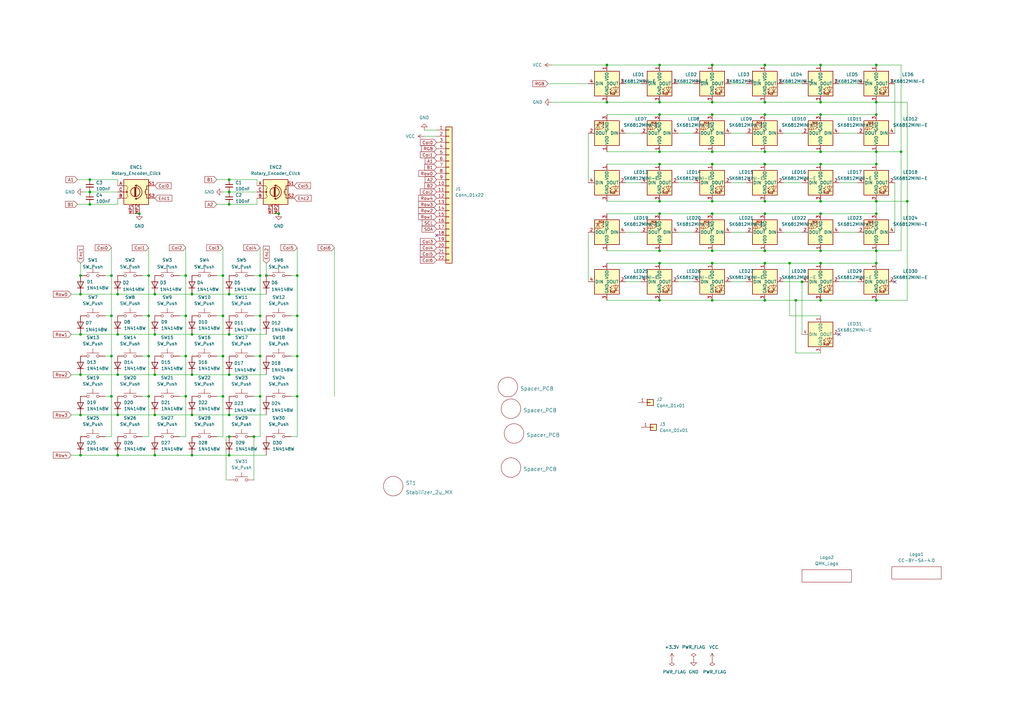
<source format=kicad_sch>
(kicad_sch (version 20211123) (generator eeschema)
  (paper "A3")
  (title_block (title "RefleXion 60 - Matrix") (date "2022-10-10") (rev "v1.0.0") (company "Tweety's Wild Thinking") (comment 1 "Design: Markus Knutsson <markus.knutsson@tweety.se>") (comment 2 "Concept: Pedro Quaresma <pq@live.ie>") (comment 3 "https://github.com/TweetyDaBird") (comment 4 "Licensed under Creative Commons BY-SA 4.0 International"))
  (junction (at 78.74 186.69))
  (junction (at 313.69 87.63))
  (junction (at 93.98 137.16))
  (junction (at 292.1 26.67))
  (junction (at 76.2 113.03))
  (junction (at 336.55 87.63))
  (junction (at 359.41 26.67))
  (junction (at 45.72 162.56))
  (junction (at 313.69 46.99))
  (junction (at 60.96 146.05))
  (junction (at 292.1 123.19))
  (junction (at 48.26 153.67))
  (junction (at 270.51 26.67))
  (junction (at 93.98 179.07))
  (junction (at 33.02 113.03))
  (junction (at 109.22 113.03))
  (junction (at 292.1 82.55))
  (junction (at 33.02 153.67))
  (junction (at 33.02 137.16))
  (junction (at 63.5 170.18))
  (junction (at 292.1 107.95))
  (junction (at 76.2 162.56))
  (junction (at 78.74 153.67))
  (junction (at 106.68 162.56))
  (junction (at 359.41 67.31))
  (junction (at 359.41 82.55))
  (junction (at 121.92 129.54))
  (junction (at 336.55 123.19))
  (junction (at 36.83 73.66))
  (junction (at 313.69 67.31))
  (junction (at 292.1 46.99))
  (junction (at 76.2 129.54))
  (junction (at 48.26 186.69))
  (junction (at 93.98 153.67))
  (junction (at 33.02 170.18))
  (junction (at 336.55 107.95))
  (junction (at 60.96 129.54))
  (junction (at 36.83 83.82))
  (junction (at 270.51 41.91))
  (junction (at 45.72 146.05))
  (junction (at 48.26 137.16))
  (junction (at 45.72 113.03))
  (junction (at 336.55 67.31))
  (junction (at 292.1 102.87))
  (junction (at 270.51 46.99))
  (junction (at 33.02 186.69))
  (junction (at 78.74 170.18))
  (junction (at 328.93 115.57))
  (junction (at 93.98 186.69))
  (junction (at 336.55 41.91))
  (junction (at 93.98 78.74))
  (junction (at 292.1 62.23))
  (junction (at 313.69 41.91))
  (junction (at 270.51 62.23))
  (junction (at 336.55 102.87))
  (junction (at 372.11 82.55))
  (junction (at 48.26 170.18))
  (junction (at 63.5 186.69))
  (junction (at 369.57 62.23))
  (junction (at 313.69 26.67))
  (junction (at 33.02 120.65))
  (junction (at 63.5 153.67))
  (junction (at 78.74 137.16))
  (junction (at 93.98 83.82))
  (junction (at 313.69 102.87))
  (junction (at 359.41 123.19))
  (junction (at 91.44 146.05))
  (junction (at 121.92 113.03))
  (junction (at 323.85 107.95))
  (junction (at 63.5 120.65))
  (junction (at 270.51 102.87))
  (junction (at 359.41 102.87))
  (junction (at 57.15 87.63))
  (junction (at 270.51 107.95))
  (junction (at 45.72 129.54))
  (junction (at 104.14 179.07))
  (junction (at 336.55 62.23))
  (junction (at 292.1 41.91))
  (junction (at 313.69 82.55))
  (junction (at 93.98 170.18))
  (junction (at 248.92 41.91))
  (junction (at 359.41 107.95))
  (junction (at 336.55 46.99))
  (junction (at 60.96 162.56))
  (junction (at 93.98 73.66))
  (junction (at 63.5 137.16))
  (junction (at 359.41 62.23))
  (junction (at 76.2 146.05))
  (junction (at 270.51 67.31))
  (junction (at 106.68 146.05))
  (junction (at 336.55 26.67))
  (junction (at 93.98 120.65))
  (junction (at 91.44 129.54))
  (junction (at 106.68 129.54))
  (junction (at 36.83 78.74))
  (junction (at 270.51 82.55))
  (junction (at 248.92 26.67))
  (junction (at 292.1 87.63))
  (junction (at 292.1 67.31))
  (junction (at 313.69 107.95))
  (junction (at 313.69 123.19))
  (junction (at 60.96 113.03))
  (junction (at 91.44 113.03))
  (junction (at 121.92 146.05))
  (junction (at 121.92 162.56))
  (junction (at 91.44 162.56))
  (junction (at 336.55 82.55))
  (junction (at 359.41 41.91))
  (junction (at 359.41 46.99))
  (junction (at 270.51 87.63))
  (junction (at 313.69 62.23))
  (junction (at 359.41 87.63))
  (junction (at 270.51 123.19))
  (junction (at 326.39 123.19))
  (junction (at 114.3 87.63))
  (junction (at 48.26 120.65))
  (junction (at 106.68 113.03))
  (junction (at 78.74 120.65))
  (no_connect (at 179.07 96.52))
  (no_connect (at 344.17 137.16))
  (no_connect (at 367.03 115.57))
  (wire (pts (xy 78.74 120.65) (xy 93.98 120.65)))
  (wire (pts (xy 313.69 46.99) (xy 336.55 46.99)))
  (wire (pts (xy 78.74 170.18) (xy 93.98 170.18)))
  (wire (pts (xy 29.21 186.69) (xy 33.02 186.69)))
  (wire (pts (xy 33.02 107.95) (xy 33.02 113.03)))
  (wire (pts (xy 299.72 95.25) (xy 306.07 95.25)))
  (wire (pts (xy 299.72 115.57) (xy 306.07 115.57)))
  (wire (pts (xy 29.21 153.67) (xy 33.02 153.67)))
  (wire (pts (xy 45.72 101.6) (xy 45.72 113.03)))
  (wire (pts (xy 256.54 115.57) (xy 262.89 115.57)))
  (wire (pts (xy 270.51 87.63) (xy 292.1 87.63)))
  (wire (pts (xy 76.2 129.54) (xy 76.2 146.05)))
  (wire (pts (xy 292.1 107.95) (xy 313.69 107.95)))
  (wire (pts (xy 367.03 74.93) (xy 367.03 95.25)))
  (wire (pts (xy 33.02 137.16) (xy 48.26 137.16)))
  (wire (pts (xy 48.26 76.2) (xy 48.26 73.66)))
  (wire (pts (xy 248.92 67.31) (xy 270.51 67.31)))
  (wire (pts (xy 76.2 146.05) (xy 76.2 162.56)))
  (wire (pts (xy 336.55 144.78) (xy 326.39 144.78)))
  (wire (pts (xy 92.71 179.07) (xy 93.98 179.07)))
  (wire (pts (xy 73.66 162.56) (xy 76.2 162.56)))
  (wire (pts (xy 270.51 62.23) (xy 292.1 62.23)))
  (wire (pts (xy 31.75 83.82) (xy 36.83 83.82)))
  (wire (pts (xy 292.1 87.63) (xy 313.69 87.63)))
  (wire (pts (xy 73.66 113.03) (xy 76.2 113.03)))
  (wire (pts (xy 270.51 107.95) (xy 292.1 107.95)))
  (wire (pts (xy 323.85 129.54) (xy 323.85 107.95)))
  (wire (pts (xy 60.96 162.56) (xy 60.96 179.07)))
  (wire (pts (xy 88.9 83.82) (xy 93.98 83.82)))
  (wire (pts (xy 359.41 102.87) (xy 369.57 102.87)))
  (wire (pts (xy 31.75 73.66) (xy 36.83 73.66)))
  (wire (pts (xy 29.21 137.16) (xy 33.02 137.16)))
  (wire (pts (xy 58.42 162.56) (xy 60.96 162.56)))
  (wire (pts (xy 43.18 179.07) (xy 45.72 179.07)))
  (wire (pts (xy 292.1 26.67) (xy 313.69 26.67)))
  (wire (pts (xy 48.26 81.28) (xy 48.26 83.82)))
  (wire (pts (xy 105.41 81.28) (xy 105.41 83.82)))
  (wire (pts (xy 58.42 129.54) (xy 60.96 129.54)))
  (wire (pts (xy 359.41 82.55) (xy 359.41 87.63)))
  (wire (pts (xy 33.02 186.69) (xy 48.26 186.69)))
  (wire (pts (xy 336.55 67.31) (xy 359.41 67.31)))
  (wire (pts (xy 88.9 162.56) (xy 91.44 162.56)))
  (wire (pts (xy 278.13 95.25) (xy 284.48 95.25)))
  (wire (pts (xy 34.29 78.74) (xy 36.83 78.74)))
  (wire (pts (xy 93.98 73.66) (xy 105.41 73.66)))
  (wire (pts (xy 119.38 162.56) (xy 121.92 162.56)))
  (wire (pts (xy 91.44 162.56) (xy 91.44 179.07)))
  (wire (pts (xy 91.44 113.03) (xy 91.44 129.54)))
  (wire (pts (xy 323.85 107.95) (xy 336.55 107.95)))
  (wire (pts (xy 313.69 107.95) (xy 323.85 107.95)))
  (wire (pts (xy 33.02 170.18) (xy 48.26 170.18)))
  (wire (pts (xy 321.31 74.93) (xy 328.93 74.93)))
  (wire (pts (xy 270.51 67.31) (xy 292.1 67.31)))
  (wire (pts (xy 119.38 179.07) (xy 121.92 179.07)))
  (wire (pts (xy 336.55 26.67) (xy 359.41 26.67)))
  (wire (pts (xy 313.69 26.67) (xy 336.55 26.67)))
  (wire (pts (xy 336.55 46.99) (xy 359.41 46.99)))
  (wire (pts (xy 173.99 53.34) (xy 179.07 53.34)))
  (wire (pts (xy 106.68 101.6) (xy 106.68 113.03)))
  (wire (pts (xy 278.13 34.29) (xy 284.48 34.29)))
  (wire (pts (xy 48.26 120.65) (xy 63.5 120.65)))
  (wire (pts (xy 321.31 115.57) (xy 328.93 115.57)))
  (wire (pts (xy 88.9 146.05) (xy 91.44 146.05)))
  (wire (pts (xy 119.38 146.05) (xy 121.92 146.05)))
  (wire (pts (xy 105.41 83.82) (xy 93.98 83.82)))
  (wire (pts (xy 93.98 186.69) (xy 109.22 186.69)))
  (wire (pts (xy 248.92 123.19) (xy 270.51 123.19)))
  (wire (pts (xy 313.69 82.55) (xy 336.55 82.55)))
  (wire (pts (xy 92.71 179.07) (xy 92.71 196.85)))
  (wire (pts (xy 43.18 162.56) (xy 45.72 162.56)))
  (wire (pts (xy 359.41 82.55) (xy 372.11 82.55)))
  (wire (pts (xy 36.83 78.74) (xy 48.26 78.74)))
  (wire (pts (xy 91.44 129.54) (xy 91.44 146.05)))
  (wire (pts (xy 63.5 153.67) (xy 78.74 153.67)))
  (wire (pts (xy 105.41 76.2) (xy 105.41 73.66)))
  (wire (pts (xy 336.55 107.95) (xy 359.41 107.95)))
  (wire (pts (xy 48.26 186.69) (xy 63.5 186.69)))
  (wire (pts (xy 292.1 41.91) (xy 313.69 41.91)))
  (wire (pts (xy 121.92 101.6) (xy 121.92 113.03)))
  (wire (pts (xy 326.39 123.19) (xy 336.55 123.19)))
  (wire (pts (xy 106.68 129.54) (xy 106.68 146.05)))
  (wire (pts (xy 78.74 153.67) (xy 93.98 153.67)))
  (wire (pts (xy 336.55 87.63) (xy 359.41 87.63)))
  (wire (pts (xy 278.13 54.61) (xy 284.48 54.61)))
  (wire (pts (xy 344.17 54.61) (xy 351.79 54.61)))
  (wire (pts (xy 344.17 95.25) (xy 351.79 95.25)))
  (wire (pts (xy 344.17 115.57) (xy 351.79 115.57)))
  (wire (pts (xy 369.57 62.23) (xy 369.57 102.87)))
  (wire (pts (xy 119.38 113.03) (xy 121.92 113.03)))
  (wire (pts (xy 73.66 146.05) (xy 76.2 146.05)))
  (wire (pts (xy 344.17 74.93) (xy 351.79 74.93)))
  (wire (pts (xy 336.55 82.55) (xy 359.41 82.55)))
  (wire (pts (xy 248.92 87.63) (xy 270.51 87.63)))
  (wire (pts (xy 313.69 87.63) (xy 336.55 87.63)))
  (wire (pts (xy 292.1 82.55) (xy 313.69 82.55)))
  (wire (pts (xy 313.69 67.31) (xy 336.55 67.31)))
  (wire (pts (xy 256.54 54.61) (xy 262.89 54.61)))
  (wire (pts (xy 121.92 146.05) (xy 121.92 162.56)))
  (wire (pts (xy 248.92 107.95) (xy 270.51 107.95)))
  (wire (pts (xy 313.69 102.87) (xy 336.55 102.87)))
  (wire (pts (xy 336.55 102.87) (xy 359.41 102.87)))
  (wire (pts (xy 76.2 101.6) (xy 76.2 113.03)))
  (wire (pts (xy 76.2 113.03) (xy 76.2 129.54)))
  (wire (pts (xy 278.13 74.93) (xy 284.48 74.93)))
  (wire (pts (xy 60.96 129.54) (xy 60.96 146.05)))
  (wire (pts (xy 336.55 62.23) (xy 359.41 62.23)))
  (wire (pts (xy 104.14 179.07) (xy 106.68 179.07)))
  (wire (pts (xy 321.31 95.25) (xy 328.93 95.25)))
  (wire (pts (xy 241.3 54.61) (xy 241.3 74.93)))
  (wire (pts (xy 241.3 95.25) (xy 241.3 115.57)))
  (wire (pts (xy 63.5 170.18) (xy 78.74 170.18)))
  (wire (pts (xy 73.66 129.54) (xy 76.2 129.54)))
  (wire (pts (xy 369.57 26.67) (xy 369.57 62.23)))
  (wire (pts (xy 248.92 62.23) (xy 270.51 62.23)))
  (wire (pts (xy 321.31 34.29) (xy 328.93 34.29)))
  (wire (pts (xy 76.2 162.56) (xy 76.2 179.07)))
  (wire (pts (xy 63.5 137.16) (xy 78.74 137.16)))
  (wire (pts (xy 93.98 78.74) (xy 105.41 78.74)))
  (wire (pts (xy 248.92 82.55) (xy 270.51 82.55)))
  (wire (pts (xy 93.98 153.67) (xy 109.22 153.67)))
  (wire (pts (xy 292.1 123.19) (xy 313.69 123.19)))
  (wire (pts (xy 104.14 129.54) (xy 106.68 129.54)))
  (wire (pts (xy 88.9 129.54) (xy 91.44 129.54)))
  (wire (pts (xy 58.42 146.05) (xy 60.96 146.05)))
  (wire (pts (xy 60.96 113.03) (xy 60.96 129.54)))
  (wire (pts (xy 270.51 82.55) (xy 292.1 82.55)))
  (wire (pts (xy 270.51 26.67) (xy 292.1 26.67)))
  (wire (pts (xy 33.02 153.67) (xy 48.26 153.67)))
  (wire (pts (xy 359.41 123.19) (xy 372.11 123.19)))
  (wire (pts (xy 33.02 120.65) (xy 48.26 120.65)))
  (wire (pts (xy 226.06 26.67) (xy 248.92 26.67)))
  (wire (pts (xy 48.26 137.16) (xy 63.5 137.16)))
  (wire (pts (xy 336.55 129.54) (xy 323.85 129.54)))
  (wire (pts (xy 88.9 113.03) (xy 91.44 113.03)))
  (wire (pts (xy 45.72 129.54) (xy 45.72 146.05)))
  (wire (pts (xy 256.54 95.25) (xy 262.89 95.25)))
  (wire (pts (xy 91.44 146.05) (xy 91.44 162.56)))
  (wire (pts (xy 313.69 41.91) (xy 336.55 41.91)))
  (wire (pts (xy 48.26 153.67) (xy 63.5 153.67)))
  (wire (pts (xy 104.14 162.56) (xy 106.68 162.56)))
  (wire (pts (xy 372.11 82.55) (xy 372.11 123.19)))
  (wire (pts (xy 224.79 34.29) (xy 241.3 34.29)))
  (wire (pts (xy 313.69 123.19) (xy 326.39 123.19)))
  (wire (pts (xy 93.98 196.85) (xy 92.71 196.85)))
  (wire (pts (xy 270.51 102.87) (xy 292.1 102.87)))
  (wire (pts (xy 63.5 120.65) (xy 78.74 120.65)))
  (wire (pts (xy 111.76 87.63) (xy 114.3 87.63)))
  (wire (pts (xy 336.55 41.91) (xy 359.41 41.91)))
  (wire (pts (xy 367.03 54.61) (xy 367.03 34.29)))
  (wire (pts (xy 299.72 54.61) (xy 306.07 54.61)))
  (wire (pts (xy 292.1 102.87) (xy 313.69 102.87)))
  (wire (pts (xy 54.61 87.63) (xy 57.15 87.63)))
  (wire (pts (xy 359.41 62.23) (xy 359.41 67.31)))
  (wire (pts (xy 359.41 41.91) (xy 359.41 46.99)))
  (wire (pts (xy 121.92 129.54) (xy 121.92 146.05)))
  (wire (pts (xy 270.51 41.91) (xy 292.1 41.91)))
  (wire (pts (xy 45.72 146.05) (xy 45.72 162.56)))
  (wire (pts (xy 29.21 170.18) (xy 33.02 170.18)))
  (wire (pts (xy 359.41 26.67) (xy 369.57 26.67)))
  (wire (pts (xy 336.55 123.19) (xy 359.41 123.19)))
  (wire (pts (xy 104.14 146.05) (xy 106.68 146.05)))
  (wire (pts (xy 60.96 101.6) (xy 60.96 113.03)))
  (wire (pts (xy 48.26 83.82) (xy 36.83 83.82)))
  (wire (pts (xy 45.72 113.03) (xy 45.72 129.54)))
  (wire (pts (xy 48.26 170.18) (xy 63.5 170.18)))
  (wire (pts (xy 248.92 102.87) (xy 270.51 102.87)))
  (wire (pts (xy 313.69 62.23) (xy 336.55 62.23)))
  (wire (pts (xy 121.92 162.56) (xy 121.92 179.07)))
  (wire (pts (xy 91.44 78.74) (xy 93.98 78.74)))
  (wire (pts (xy 76.2 179.07) (xy 73.66 179.07)))
  (wire (pts (xy 93.98 170.18) (xy 109.22 170.18)))
  (wire (pts (xy 299.72 74.93) (xy 306.07 74.93)))
  (wire (pts (xy 173.99 55.88) (xy 179.07 55.88)))
  (wire (pts (xy 104.14 179.07) (xy 104.14 196.85)))
  (wire (pts (xy 248.92 26.67) (xy 270.51 26.67)))
  (wire (pts (xy 292.1 62.23) (xy 313.69 62.23)))
  (wire (pts (xy 359.41 41.91) (xy 372.11 41.91)))
  (wire (pts (xy 106.68 146.05) (xy 106.68 162.56)))
  (wire (pts (xy 121.92 113.03) (xy 121.92 129.54)))
  (wire (pts (xy 119.38 129.54) (xy 121.92 129.54)))
  (wire (pts (xy 60.96 146.05) (xy 60.96 162.56)))
  (wire (pts (xy 328.93 115.57) (xy 328.93 137.16)))
  (wire (pts (xy 248.92 41.91) (xy 270.51 41.91)))
  (wire (pts (xy 93.98 137.16) (xy 109.22 137.16)))
  (wire (pts (xy 106.68 113.03) (xy 106.68 129.54)))
  (wire (pts (xy 104.14 113.03) (xy 106.68 113.03)))
  (wire (pts (xy 78.74 186.69) (xy 93.98 186.69)))
  (wire (pts (xy 299.72 34.29) (xy 306.07 34.29)))
  (wire (pts (xy 43.18 146.05) (xy 45.72 146.05)))
  (wire (pts (xy 344.17 34.29) (xy 351.79 34.29)))
  (wire (pts (xy 43.18 129.54) (xy 45.72 129.54)))
  (wire (pts (xy 292.1 46.99) (xy 313.69 46.99)))
  (wire (pts (xy 321.31 54.61) (xy 328.93 54.61)))
  (wire (pts (xy 359.41 102.87) (xy 359.41 107.95)))
  (wire (pts (xy 270.51 123.19) (xy 292.1 123.19)))
  (wire (pts (xy 88.9 73.66) (xy 93.98 73.66)))
  (wire (pts (xy 326.39 144.78) (xy 326.39 123.19)))
  (wire (pts (xy 91.44 101.6) (xy 91.44 113.03)))
  (wire (pts (xy 372.11 41.91) (xy 372.11 82.55)))
  (wire (pts (xy 58.42 179.07) (xy 60.96 179.07)))
  (wire (pts (xy 106.68 162.56) (xy 106.68 179.07)))
  (wire (pts (xy 78.74 137.16) (xy 93.98 137.16)))
  (wire (pts (xy 91.44 179.07) (xy 88.9 179.07)))
  (wire (pts (xy 292.1 67.31) (xy 313.69 67.31)))
  (wire (pts (xy 226.06 41.91) (xy 248.92 41.91)))
  (wire (pts (xy 109.22 107.95) (xy 109.22 113.03)))
  (wire (pts (xy 278.13 115.57) (xy 284.48 115.57)))
  (wire (pts (xy 58.42 113.03) (xy 60.96 113.03)))
  (wire (pts (xy 36.83 73.66) (xy 48.26 73.66)))
  (wire (pts (xy 137.16 101.6) (xy 137.16 162.56)))
  (wire (pts (xy 29.21 120.65) (xy 33.02 120.65)))
  (wire (pts (xy 270.51 46.99) (xy 292.1 46.99)))
  (wire (pts (xy 248.92 46.99) (xy 270.51 46.99)))
  (wire (pts (xy 256.54 34.29) (xy 262.89 34.29)))
  (wire (pts (xy 359.41 62.23) (xy 369.57 62.23)))
  (wire (pts (xy 63.5 186.69) (xy 78.74 186.69)))
  (wire (pts (xy 256.54 74.93) (xy 262.89 74.93)))
  (wire (pts (xy 43.18 113.03) (xy 45.72 113.03)))
  (wire (pts (xy 45.72 162.56) (xy 45.72 179.07)))
  (wire (pts (xy 93.98 120.65) (xy 109.22 120.65)))
  (global_label "Row4" (shape input) (at 179.07 81.28 180) (property "Intersheet References" "${INTERSHEET_REFS}" (effects hide)))
  (global_label "Enc2" (shape input) (at 120.65 81.28 0) (property "Intersheet References" "${INTERSHEET_REFS}" (effects hide)))
  (global_label "B1" (shape input) (at 88.9 73.66 180) (property "Intersheet References" "${INTERSHEET_REFS}" (effects hide)))
  (global_label "Col4" (shape input) (at 106.68 101.6 180) (property "Intersheet References" "${INTERSHEET_REFS}" (effects hide)))
  (global_label "Enc2" (shape input) (at 109.22 107.95 90) (property "Intersheet References" "${INTERSHEET_REFS}" (effects hide)))
  (global_label "Col3" (shape input) (at 179.07 99.06 180) (property "Intersheet References" "${INTERSHEET_REFS}" (effects hide)))
  (global_label "B2" (shape input) (at 179.07 76.2 180) (property "Intersheet References" "${INTERSHEET_REFS}" (effects hide)))
  (global_label "A1" (shape input) (at 179.07 66.04 180) (property "Intersheet References" "${INTERSHEET_REFS}" (effects hide)))
  (global_label "Row1" (shape input) (at 29.21 137.16 180) (property "Intersheet References" "${INTERSHEET_REFS}" (effects hide)))
  (global_label "Enc1" (shape input) (at 33.02 107.95 90) (property "Intersheet References" "${INTERSHEET_REFS}" (effects hide)))
  (global_label "Col2" (shape input) (at 179.07 78.74 180) (property "Intersheet References" "${INTERSHEET_REFS}" (effects hide)))
  (global_label "Row4" (shape input) (at 29.21 186.69 180) (property "Intersheet References" "${INTERSHEET_REFS}" (effects hide)))
  (global_label "SCL" (shape input) (at 179.07 91.44 180) (property "Intersheet References" "${INTERSHEET_REFS}" (effects hide)))
  (global_label "Row1" (shape input) (at 179.07 88.9 180) (property "Intersheet References" "${INTERSHEET_REFS}" (effects hide)))
  (global_label "Col3" (shape input) (at 91.44 101.6 180) (property "Intersheet References" "${INTERSHEET_REFS}" (effects hide)))
  (global_label "Col5" (shape input) (at 120.65 76.2 0) (property "Intersheet References" "${INTERSHEET_REFS}" (effects hide)))
  (global_label "Col6" (shape input) (at 137.16 101.6 180) (property "Intersheet References" "${INTERSHEET_REFS}" (effects hide)))
  (global_label "A2" (shape input) (at 88.9 83.82 180) (property "Intersheet References" "${INTERSHEET_REFS}" (effects hide)))
  (global_label "Col2" (shape input) (at 76.2 101.6 180) (property "Intersheet References" "${INTERSHEET_REFS}" (effects hide)))
  (global_label "SDA" (shape input) (at 179.07 93.98 180) (property "Intersheet References" "${INTERSHEET_REFS}" (effects hide)))
  (global_label "Col5" (shape input) (at 121.92 101.6 180) (property "Intersheet References" "${INTERSHEET_REFS}" (effects hide)))
  (global_label "Col5" (shape input) (at 179.07 104.14 180) (property "Intersheet References" "${INTERSHEET_REFS}" (effects hide)))
  (global_label "A1" (shape input) (at 31.75 73.66 180) (property "Intersheet References" "${INTERSHEET_REFS}" (effects hide)))
  (global_label "Row2" (shape input) (at 179.07 86.36 180) (property "Intersheet References" "${INTERSHEET_REFS}" (effects hide)))
  (global_label "RGB" (shape input) (at 179.07 60.96 180) (property "Intersheet References" "${INTERSHEET_REFS}" (effects hide)))
  (global_label "B1" (shape input) (at 31.75 83.82 180) (property "Intersheet References" "${INTERSHEET_REFS}" (effects hide)))
  (global_label "B1" (shape input) (at 179.07 68.58 180) (property "Intersheet References" "${INTERSHEET_REFS}" (effects hide)))
  (global_label "Col0" (shape input) (at 45.72 101.6 180) (property "Intersheet References" "${INTERSHEET_REFS}" (effects hide)))
  (global_label "Col6" (shape input) (at 179.07 106.68 180) (property "Intersheet References" "${INTERSHEET_REFS}" (effects hide)))
  (global_label "Row3" (shape input) (at 29.21 170.18 180) (property "Intersheet References" "${INTERSHEET_REFS}" (effects hide)))
  (global_label "Col0" (shape input) (at 179.07 58.42 180) (property "Intersheet References" "${INTERSHEET_REFS}" (effects hide)))
  (global_label "Col0" (shape input) (at 63.5 76.2 0) (property "Intersheet References" "${INTERSHEET_REFS}" (effects hide)))
  (global_label "Col1" (shape input) (at 60.96 101.6 180) (property "Intersheet References" "${INTERSHEET_REFS}" (effects hide)))
  (global_label "Row3" (shape input) (at 179.07 83.82 180) (property "Intersheet References" "${INTERSHEET_REFS}" (effects hide)))
  (global_label "Row0" (shape input) (at 29.21 120.65 180) (property "Intersheet References" "${INTERSHEET_REFS}" (effects hide)))
  (global_label "RGB" (shape input) (at 224.79 34.29 180) (property "Intersheet References" "${INTERSHEET_REFS}" (effects hide)))
  (global_label "Row2" (shape input) (at 29.21 153.67 180) (property "Intersheet References" "${INTERSHEET_REFS}" (effects hide)))
  (global_label "A2" (shape input) (at 179.07 73.66 180) (property "Intersheet References" "${INTERSHEET_REFS}" (effects hide)))
  (global_label "Col4" (shape input) (at 179.07 101.6 180) (property "Intersheet References" "${INTERSHEET_REFS}" (effects hide)))
  (global_label "Col1" (shape input) (at 179.07 63.5 180) (property "Intersheet References" "${INTERSHEET_REFS}" (effects hide)))
  (global_label "Enc1" (shape input) (at 63.5 81.28 0) (property "Intersheet References" "${INTERSHEET_REFS}" (effects hide)))
  (global_label "Row0" (shape input) (at 179.07 71.12 180) (property "Intersheet References" "${INTERSHEET_REFS}" (effects hide)))
  (symbol (lib_id "Keyboard Switches:SW_MX_HotSwap_Reversible") (at 83.82 162.56 0) (unit 1)
    (property "Reference" "SW22" (at 83.82 154.94 0))
    (property "Value" "SW_Push" (at 83.82 157.48 0))
    (property "Footprint" "Keyboard Switches:SW_MX_HotSwap_Reversible" (effects hide))
  )
  (symbol (lib_id "Keyboard Common:SK6812MINI-E") (at 336.55 115.57 0) (unit 1)
    (property "Reference" "LED29" (at 350.52 111.2393 0))
    (property "Value" "SK6812MINI-E" (at 350.52 113.7793 0))
    (property "Footprint" "Keyboard RGB:MX_SK6812MINI-E_REVERSIBLE" (effects hide))
    (property "Datasheet" "https://cdn-shop.adafruit.com/product-files/2686/SK6812MINI_REV.01-1-2.pdf" (effects hide))
  )
  (symbol (lib_id "Keyboard Switches:Rotary_Encoder_Click") (at 55.88 78.74 0) (unit 1)
    (property "Reference" "ENC1" (at 55.88 68.58 0))
    (property "Value" "Rotary_Encoder_Click" (at 55.88 71.12 0))
    (property "Footprint" "Keyboard Encoders:Encoder_Alps_EC11E_Offset_pad" (effects hide))
  )
  (symbol (lib_id "Diode:1N4148W") (at 93.98 166.37 90) (unit 1)
    (property "Reference" "D23" (at 96.012 165.4615 90) (effects (justify right)))
    (property "Value" "1N4148W" (at 96.012 168.2366 90) (effects (justify right)))
    (property "Footprint" "Diode_SMD:D_SOD-123" (effects hide))
    (property "Datasheet" "https://www.vishay.com/docs/85748/1n4148w.pdf" (effects hide))
  )
  (symbol (lib_id "Keyboard Switches:SW_MX_HotSwap_Reversible") (at 53.34 146.05 0) (unit 1)
    (property "Reference" "SW14" (at 53.34 138.43 0))
    (property "Value" "SW_Push" (at 53.34 140.97 0))
    (property "Footprint" "Keyboard Switches:SW_MX_HotSwap_Reversible" (effects hide))
  )
  (symbol (lib_id "Keyboard Switches:Stabilizer_2u_MX") (at 161.29 199.39 0) (unit 1)
    (property "Reference" "ST1" (at 166.37 198.12 0) (effects (font (size 1.524 1.524)) (justify left)))
    (property "Value" "Stabilizer_2u_MX" (at 166.37 201.93 0) (effects (font (size 1.524 1.524)) (justify left)))
    (property "Footprint" "Keyboard Stabilizer:Stabilizer_Cherry_MX_2.00u" (effects hide))
  )
  (symbol (lib_id "Diode:1N4148W") (at 78.74 149.86 90) (unit 1)
    (property "Reference" "D16" (at 81.28 148.5899 90) (effects (justify right)))
    (property "Value" "1N4148W" (at 81.28 151.1299 90) (effects (justify right)))
    (property "Footprint" "Diode_SMD:D_SOD-123" (effects hide))
    (property "Datasheet" "https://www.vishay.com/docs/85748/1n4148w.pdf" (effects hide))
  )
  (symbol (lib_id "Keyboard Switches:SW_MX_HotSwap_Reversible") (at 68.58 162.56 0) (unit 1)
    (property "Reference" "SW21" (at 68.58 154.94 0))
    (property "Value" "SW_Push" (at 68.58 157.48 0))
    (property "Footprint" "Keyboard Switches:SW_MX_HotSwap_Reversible" (effects hide))
  )
  (symbol (lib_id "Diode:1N4148W") (at 33.02 182.88 90) (unit 1)
    (property "Reference" "D25" (at 35.56 181.6099 90) (effects (justify right)))
    (property "Value" "1N4148W" (at 35.56 184.1499 90) (effects (justify right)))
    (property "Footprint" "Diode_SMD:D_SOD-123" (effects hide))
    (property "Datasheet" "https://www.vishay.com/docs/85748/1n4148w.pdf" (effects hide))
  )
  (symbol (lib_name "SK6812MINI-E_4") (lib_id "Keyboard Common:SK6812MINI-E") (at 292.1 115.57 0) (unit 1)
    (property "Reference" "LED27" (at 306.07 111.2393 0))
    (property "Value" "SK6812MINI-E" (at 306.07 113.7793 0))
    (property "Footprint" "Keyboard RGB:MX_SK6812MINI-E_REVERSIBLE" (effects hide))
    (property "Datasheet" "https://cdn-shop.adafruit.com/product-files/2686/SK6812MINI_REV.01-1-2.pdf" (effects hide))
  )
  (symbol (lib_name "SK6812MINI-E_10") (lib_id "Keyboard Common:SK6812MINI-E") (at 270.51 95.25 180) (unit 1)
    (property "Reference" "LED20" (at 284.48 89.4205 0))
    (property "Value" "SK6812MINI-E" (at 284.48 91.9605 0))
    (property "Footprint" "Keyboard RGB:MX_SK6812MINI-E_REVERSIBLE" (effects hide))
    (property "Datasheet" "https://cdn-shop.adafruit.com/product-files/2686/SK6812MINI_REV.01-1-2.pdf" (effects hide))
  )
  (symbol (lib_id "Diode:1N4148W") (at 33.02 116.84 270) (mirror x) (unit 1)
    (property "Reference" "D1" (at 35.56 115.5699 90) (effects (justify left)))
    (property "Value" "1N4148W" (at 35.56 118.1099 90) (effects (justify left)))
    (property "Footprint" "Diode_SMD:D_SOD-123" (effects hide))
    (property "Datasheet" "https://www.vishay.com/docs/85748/1n4148w.pdf" (effects hide))
  )
  (symbol (lib_id "Keyboard Switches:Rotary_Encoder_Click") (at 113.03 78.74 0) (unit 1)
    (property "Reference" "ENC2" (at 113.03 68.58 0))
    (property "Value" "Rotary_Encoder_Click" (at 113.03 71.12 0))
    (property "Footprint" "Keyboard Encoders:Encoder_Alps_EC11E_Offset_pad" (effects hide))
  )
  (symbol (lib_id "Diode:1N4148W") (at 93.98 133.35 90) (unit 1)
    (property "Reference" "D11" (at 96.012 132.4415 90) (effects (justify right)))
    (property "Value" "1N4148W" (at 96.012 135.2166 90) (effects (justify right)))
    (property "Footprint" "Diode_SMD:D_SOD-123" (effects hide))
    (property "Datasheet" "https://www.vishay.com/docs/85748/1n4148w.pdf" (effects hide))
  )
  (symbol (lib_name "SK6812MINI-E_6") (lib_id "Keyboard Common:SK6812MINI-E") (at 248.92 54.61 180) (unit 1)
    (property "Reference" "LED7" (at 262.89 48.7805 0))
    (property "Value" "SK6812MINI-E" (at 262.89 51.3205 0))
    (property "Footprint" "Keyboard RGB:MX_SK6812MINI-E_REVERSIBLE" (effects hide))
    (property "Datasheet" "https://cdn-shop.adafruit.com/product-files/2686/SK6812MINI_REV.01-1-2.pdf" (effects hide))
  )
  (symbol (lib_name "SK6812MINI-E_33") (lib_id "Keyboard Common:SK6812MINI-E") (at 359.41 115.57 0) (unit 1)
    (property "Reference" "LED30" (at 373.38 111.2393 0))
    (property "Value" "SK6812MINI-E" (at 373.38 113.7793 0))
    (property "Footprint" "Keyboard RGB:MX_SK6812MINI-E_REVERSIBLE" (effects hide))
    (property "Datasheet" "https://cdn-shop.adafruit.com/product-files/2686/SK6812MINI_REV.01-1-2.pdf" (effects hide))
  )
  (symbol (lib_id "Diode:1N4148W") (at 109.22 149.86 90) (unit 1)
    (property "Reference" "D18" (at 111.252 148.9515 90) (effects (justify right)))
    (property "Value" "1N4148W" (at 111.252 151.7266 90) (effects (justify right)))
    (property "Footprint" "Diode_SMD:D_SOD-123" (effects hide))
    (property "Datasheet" "https://www.vishay.com/docs/85748/1n4148w.pdf" (effects hide))
  )
  (symbol (lib_id "Diode:1N4148W") (at 33.02 149.86 90) (unit 1)
    (property "Reference" "D13" (at 35.56 148.5899 90) (effects (justify right)))
    (property "Value" "1N4148W" (at 35.56 151.1299 90) (effects (justify right)))
    (property "Footprint" "Diode_SMD:D_SOD-123" (effects hide))
    (property "Datasheet" "https://www.vishay.com/docs/85748/1n4148w.pdf" (effects hide))
  )
  (symbol (lib_id "Diode:1N4148W") (at 93.98 116.84 90) (unit 1)
    (property "Reference" "D5" (at 96.012 115.9315 90) (effects (justify right)))
    (property "Value" "1N4148W" (at 96.012 118.7066 90) (effects (justify right)))
    (property "Footprint" "Diode_SMD:D_SOD-123" (effects hide))
    (property "Datasheet" "https://www.vishay.com/docs/85748/1n4148w.pdf" (effects hide))
  )
  (symbol (lib_id "Keyboard Switches:SW_MX_HotSwap_Reversible") (at 114.3 146.05 0) (unit 1)
    (property "Reference" "SW18" (at 114.3 138.43 0))
    (property "Value" "SW_Push" (at 114.3 140.97 0))
    (property "Footprint" "Keyboard Switches:SW_MX_HotSwap_Reversible" (effects hide))
  )
  (symbol (lib_name "SK6812MINI-E_21") (lib_id "Keyboard Common:SK6812MINI-E") (at 336.55 34.29 0) (unit 1)
    (property "Reference" "LED5" (at 349.4866 30.5648 0))
    (property "Value" "SK6812MINI-E" (at 349.4866 33.3399 0))
    (property "Footprint" "Keyboard RGB:MX_SK6812MINI-E_REVERSIBLE" (effects hide))
    (property "Datasheet" "https://cdn-shop.adafruit.com/product-files/2686/SK6812MINI_REV.01-1-2.pdf" (effects hide))
  )
  (symbol (lib_id "Diode:1N4148W") (at 48.26 166.37 90) (unit 1)
    (property "Reference" "D20" (at 50.8 165.0999 90) (effects (justify right)))
    (property "Value" "1N4148W" (at 50.8 167.6399 90) (effects (justify right)))
    (property "Footprint" "Diode_SMD:D_SOD-123" (effects hide))
    (property "Datasheet" "https://www.vishay.com/docs/85748/1n4148w.pdf" (effects hide))
  )
  (symbol (lib_id "Diode:1N4148W") (at 33.02 166.37 90) (unit 1)
    (property "Reference" "D19" (at 35.56 165.0999 90) (effects (justify right)))
    (property "Value" "1N4148W" (at 35.56 167.6399 90) (effects (justify right)))
    (property "Footprint" "Diode_SMD:D_SOD-123" (effects hide))
    (property "Datasheet" "https://www.vishay.com/docs/85748/1n4148w.pdf" (effects hide))
  )
  (symbol (lib_name "SK6812MINI-E_24") (lib_id "Keyboard Common:SK6812MINI-E") (at 359.41 34.29 0) (unit 1)
    (property "Reference" "LED6" (at 372.3466 30.5648 0))
    (property "Value" "SK6812MINI-E" (at 372.3466 33.3399 0))
    (property "Footprint" "Keyboard RGB:MX_SK6812MINI-E_REVERSIBLE" (effects hide))
    (property "Datasheet" "https://cdn-shop.adafruit.com/product-files/2686/SK6812MINI_REV.01-1-2.pdf" (effects hide))
  )
  (symbol (lib_name "SK6812MINI-E_11") (lib_id "Keyboard Common:SK6812MINI-E") (at 270.51 74.93 0) (unit 1)
    (property "Reference" "LED14" (at 284.48 70.5993 0))
    (property "Value" "SK6812MINI-E" (at 284.48 73.1393 0))
    (property "Footprint" "Keyboard RGB:MX_SK6812MINI-E_REVERSIBLE" (effects hide))
    (property "Datasheet" "https://cdn-shop.adafruit.com/product-files/2686/SK6812MINI_REV.01-1-2.pdf" (effects hide))
  )
  (symbol (lib_name "SK6812MINI-E_5") (lib_id "Keyboard Common:SK6812MINI-E") (at 270.51 34.29 0) (unit 1)
    (property "Reference" "LED2" (at 283.4466 30.5648 0))
    (property "Value" "SK6812MINI-E" (at 283.4466 33.3399 0))
    (property "Footprint" "Keyboard RGB:MX_SK6812MINI-E_REVERSIBLE" (effects hide))
    (property "Datasheet" "https://cdn-shop.adafruit.com/product-files/2686/SK6812MINI_REV.01-1-2.pdf" (effects hide))
  )
  (symbol (lib_id "Diode:1N4148W") (at 93.98 149.86 90) (unit 1)
    (property "Reference" "D17" (at 96.012 148.9515 90) (effects (justify right)))
    (property "Value" "1N4148W" (at 96.012 151.7266 90) (effects (justify right)))
    (property "Footprint" "Diode_SMD:D_SOD-123" (effects hide))
    (property "Datasheet" "https://www.vishay.com/docs/85748/1n4148w.pdf" (effects hide))
  )
  (symbol (lib_name "SK6812MINI-E_14") (lib_id "Keyboard Common:SK6812MINI-E") (at 270.51 115.57 0) (unit 1)
    (property "Reference" "LED26" (at 284.48 111.2393 0))
    (property "Value" "SK6812MINI-E" (at 284.48 113.7793 0))
    (property "Footprint" "Keyboard RGB:MX_SK6812MINI-E_REVERSIBLE" (effects hide))
    (property "Datasheet" "https://cdn-shop.adafruit.com/product-files/2686/SK6812MINI_REV.01-1-2.pdf" (effects hide))
  )
  (symbol (lib_id "Keyboard Switches:SW_MX_HotSwap_Reversible") (at 38.1 129.54 0) (unit 1)
    (property "Reference" "SW7" (at 38.1 121.92 0))
    (property "Value" "SW_Push" (at 38.1 124.46 0))
    (property "Footprint" "Keyboard Switches:SW_MX_HotSwap_Reversible" (effects hide))
  )
  (symbol (lib_id "Keyboard Switches:SW_MX_HotSwap_Reversible") (at 38.1 146.05 0) (unit 1)
    (property "Reference" "SW13" (at 38.1 138.43 0))
    (property "Value" "SW_Push" (at 38.1 140.97 0))
    (property "Footprint" "Keyboard Switches:SW_MX_HotSwap_Reversible" (effects hide))
  )
  (symbol (lib_id "power:GND") (at 91.44 78.74 270) (unit 1)
    (property "Reference" "#PWR01" (effects hide))
    (property "Value" "GND" (at 83.82 78.74 90) (effects (justify left)))
  )
  (symbol (lib_id "Keyboard Switches:SW_MX_HotSwap_Reversible") (at 53.34 113.03 0) (unit 1)
    (property "Reference" "SW2" (at 53.34 106.6505 0))
    (property "Value" "SW_Push" (at 53.34 109.4256 0))
    (property "Footprint" "Keyboard Switches:SW_MX_HotSwap_Reversible" (effects hide))
  )
  (symbol (lib_id "Keyboard Switches:SW_MX_HotSwap_Reversible") (at 83.82 129.54 0) (unit 1)
    (property "Reference" "SW10" (at 83.82 121.92 0))
    (property "Value" "SW_Push" (at 83.82 124.46 0))
    (property "Footprint" "Keyboard Switches:SW_MX_HotSwap_Reversible" (effects hide))
  )
  (symbol (lib_id "Keyboard_Plate:Spacer_PCB") (at 209.55 191.77 0) (unit 1)
    (property "Reference" "H1" (effects hide))
    (property "Value" "Spacer_PCB" (at 214.63 192.405 0) (effects (font (size 1.524 1.524)) (justify left)))
    (property "Footprint" "Keyboard Common:Spacer PCB hole" (effects hide))
  )
  (symbol (lib_name "SK6812MINI-E_17") (lib_id "Keyboard Common:SK6812MINI-E") (at 313.69 54.61 180) (unit 1)
    (property "Reference" "LED10" (at 327.66 48.7805 0))
    (property "Value" "SK6812MINI-E" (at 327.66 51.3205 0))
    (property "Footprint" "Keyboard RGB:MX_SK6812MINI-E_REVERSIBLE" (effects hide))
    (property "Datasheet" "https://cdn-shop.adafruit.com/product-files/2686/SK6812MINI_REV.01-1-2.pdf" (effects hide))
  )
  (symbol (lib_id "Connector_Generic:Conn_01x01") (at 266.7 165.1 0) (unit 1)
    (property "Reference" "J2" (at 269.24 163.8299 0) (effects (justify left)))
    (property "Value" "Conn_01x01" (at 269.24 166.3699 0) (effects (justify left)))
    (property "Footprint" "Connector_PinHeader_2.54mm:PinHeader_1x01_P2.54mm_Vertical" (effects hide))
  )
  (symbol (lib_id "Diode:1N4148W") (at 109.22 133.35 90) (unit 1)
    (property "Reference" "D12" (at 111.252 132.4415 90) (effects (justify right)))
    (property "Value" "1N4148W" (at 111.252 135.2166 90) (effects (justify right)))
    (property "Footprint" "Diode_SMD:D_SOD-123" (effects hide))
    (property "Datasheet" "https://www.vishay.com/docs/85748/1n4148w.pdf" (effects hide))
  )
  (symbol (lib_name "SK6812MINI-E_7") (lib_id "Keyboard Common:SK6812MINI-E") (at 270.51 54.61 180) (unit 1)
    (property "Reference" "LED8" (at 284.48 48.7805 0))
    (property "Value" "SK6812MINI-E" (at 284.48 51.3205 0))
    (property "Footprint" "Keyboard RGB:MX_SK6812MINI-E_REVERSIBLE" (effects hide))
    (property "Datasheet" "https://cdn-shop.adafruit.com/product-files/2686/SK6812MINI_REV.01-1-2.pdf" (effects hide))
  )
  (symbol (lib_id "Diode:1N4148W") (at 63.5 149.86 90) (unit 1)
    (property "Reference" "D15" (at 66.04 148.5899 90) (effects (justify right)))
    (property "Value" "1N4148W" (at 66.04 151.1299 90) (effects (justify right)))
    (property "Footprint" "Diode_SMD:D_SOD-123" (effects hide))
    (property "Datasheet" "https://www.vishay.com/docs/85748/1n4148w.pdf" (effects hide))
  )
  (symbol (lib_id "Keyboard Switches:SW_MX_HotSwap_Reversible") (at 99.06 196.85 0) (mirror y) (unit 1)
    (property "Reference" "SW31" (at 99.06 189.23 0))
    (property "Value" "SW_Push" (at 99.06 191.77 0))
    (property "Footprint" "Keyboard Switches:SW_MX_HotSwap_Reversible" (effects hide))
  )
  (symbol (lib_name "SK6812MINI-E_1") (lib_id "Keyboard Common:SK6812MINI-E") (at 313.69 115.57 0) (unit 1)
    (property "Reference" "LED28" (at 327.66 111.2393 0))
    (property "Value" "SK6812MINI-E" (at 327.66 113.7793 0))
    (property "Footprint" "Keyboard RGB:MX_SK6812MINI-E_REVERSIBLE" (effects hide))
    (property "Datasheet" "https://cdn-shop.adafruit.com/product-files/2686/SK6812MINI_REV.01-1-2.pdf" (effects hide))
  )
  (symbol (lib_id "Keyboard Switches:SW_MX_HotSwap_Reversible") (at 68.58 179.07 0) (unit 1)
    (property "Reference" "SW27" (at 68.58 171.45 0))
    (property "Value" "SW_Push" (at 68.58 173.99 0))
    (property "Footprint" "Keyboard Switches:SW_MX_HotSwap_Reversible" (effects hide))
  )
  (symbol (lib_id "Diode:1N4148W") (at 33.02 133.35 90) (unit 1)
    (property "Reference" "D7" (at 35.052 132.4415 90) (effects (justify right)))
    (property "Value" "1N4148W" (at 35.052 135.2166 90) (effects (justify right)))
    (property "Footprint" "Diode_SMD:D_SOD-123" (effects hide))
    (property "Datasheet" "https://www.vishay.com/docs/85748/1n4148w.pdf" (effects hide))
  )
  (symbol (lib_id "power:GND") (at 114.3 87.63 0) (unit 1)
    (property "Reference" "#PWR04" (effects hide))
    (property "Value" "GND" (at 114.3 92.71 0))
  )
  (symbol (lib_id "Connector_Generic:Conn_01x01") (at 267.97 175.26 0) (unit 1)
    (property "Reference" "J3" (at 270.51 173.9899 0) (effects (justify left)))
    (property "Value" "Conn_01x01" (at 270.51 176.5299 0) (effects (justify left)))
    (property "Footprint" "Connector_PinHeader_2.54mm:PinHeader_1x01_P2.54mm_Vertical" (effects hide))
  )
  (symbol (lib_id "Logotypes:QMK_Logo") (at 339.09 237.49 0) (unit 1) (in_bom no)
    (property "Reference" "Logo2" (at 339.09 228.6 0))
    (property "Value" "QMK_Logo" (at 339.09 231.14 0))
    (property "Footprint" "Logotypes:Powered_by_QMK" (effects hide))
  )
  (symbol (lib_name "SK6812MINI-E_13") (lib_id "Keyboard Common:SK6812MINI-E") (at 248.92 74.93 0) (unit 1)
    (property "Reference" "LED13" (at 262.89 70.5993 0))
    (property "Value" "SK6812MINI-E" (at 262.89 73.1393 0))
    (property "Footprint" "Keyboard RGB:MX_SK6812MINI-E_REVERSIBLE" (effects hide))
    (property "Datasheet" "https://cdn-shop.adafruit.com/product-files/2686/SK6812MINI_REV.01-1-2.pdf" (effects hide))
  )
  (symbol (lib_id "Keyboard_Plate:Spacer_PCB") (at 208.28 158.75 0) (unit 1)
    (property "Reference" "H2" (effects hide))
    (property "Value" "Spacer_PCB" (at 213.36 159.385 0) (effects (font (size 1.524 1.524)) (justify left)))
    (property "Footprint" "Keyboard Common:Spacer PCB hole" (effects hide))
  )
  (symbol (lib_name "SK6812MINI-E_15") (lib_id "Keyboard Common:SK6812MINI-E") (at 313.69 34.29 0) (unit 1)
    (property "Reference" "LED4" (at 326.6266 30.5648 0))
    (property "Value" "SK6812MINI-E" (at 326.6266 33.3399 0))
    (property "Footprint" "Keyboard RGB:MX_SK6812MINI-E_REVERSIBLE" (effects hide))
    (property "Datasheet" "https://cdn-shop.adafruit.com/product-files/2686/SK6812MINI_REV.01-1-2.pdf" (effects hide))
  )
  (symbol (lib_id "Diode:1N4148W") (at 109.22 116.84 90) (unit 1)
    (property "Reference" "D6" (at 111.252 115.9315 90) (effects (justify right)))
    (property "Value" "1N4148W" (at 111.252 118.7066 90) (effects (justify right)))
    (property "Footprint" "Diode_SMD:D_SOD-123" (effects hide))
    (property "Datasheet" "https://www.vishay.com/docs/85748/1n4148w.pdf" (effects hide))
  )
  (symbol (lib_name "SK6812MINI-E_19") (lib_id "Keyboard Common:SK6812MINI-E") (at 292.1 74.93 0) (unit 1)
    (property "Reference" "LED15" (at 306.07 70.5993 0))
    (property "Value" "SK6812MINI-E" (at 306.07 73.1393 0))
    (property "Footprint" "Keyboard RGB:MX_SK6812MINI-E_REVERSIBLE" (effects hide))
    (property "Datasheet" "https://cdn-shop.adafruit.com/product-files/2686/SK6812MINI_REV.01-1-2.pdf" (effects hide))
  )
  (symbol (lib_name "SK6812MINI-E_33") (lib_id "Keyboard Common:SK6812MINI-E") (at 336.55 137.16 0) (unit 1)
    (property "Reference" "LED31" (at 350.52 132.8293 0))
    (property "Value" "SK6812MINI-E" (at 350.52 135.3693 0))
    (property "Footprint" "Keyboard RGB:MX_SK6812MINI-E_REVERSIBLE" (effects hide))
    (property "Datasheet" "https://cdn-shop.adafruit.com/product-files/2686/SK6812MINI_REV.01-1-2.pdf" (effects hide))
  )
  (symbol (lib_id "Keyboard Switches:SW_MX_HotSwap_Reversible") (at 53.34 179.07 0) (unit 1)
    (property "Reference" "SW26" (at 53.34 171.45 0))
    (property "Value" "SW_Push" (at 53.34 173.99 0))
    (property "Footprint" "Keyboard Switches:SW_MX_HotSwap_Reversible" (effects hide))
  )
  (symbol (lib_id "Diode:1N4148W") (at 78.74 182.88 90) (unit 1)
    (property "Reference" "D28" (at 81.28 181.6099 90) (effects (justify right)))
    (property "Value" "1N4148W" (at 81.28 184.1499 90) (effects (justify right)))
    (property "Footprint" "Diode_SMD:D_SOD-123" (effects hide))
    (property "Datasheet" "https://www.vishay.com/docs/85748/1n4148w.pdf" (effects hide))
  )
  (symbol (lib_id "Diode:1N4148W") (at 78.74 166.37 90) (unit 1)
    (property "Reference" "D22" (at 81.28 165.0999 90) (effects (justify right)))
    (property "Value" "1N4148W" (at 81.28 167.6399 90) (effects (justify right)))
    (property "Footprint" "Diode_SMD:D_SOD-123" (effects hide))
    (property "Datasheet" "https://www.vishay.com/docs/85748/1n4148w.pdf" (effects hide))
  )
  (symbol (lib_id "Keyboard Switches:SW_MX_HotSwap_Reversible") (at 99.06 129.54 0) (unit 1)
    (property "Reference" "SW11" (at 99.06 121.92 0))
    (property "Value" "SW_Push" (at 99.06 124.46 0))
    (property "Footprint" "Keyboard Switches:SW_MX_HotSwap_Reversible" (effects hide))
  )
  (symbol (lib_name "SK6812MINI-E_23") (lib_id "Keyboard Common:SK6812MINI-E") (at 336.55 74.93 0) (unit 1)
    (property "Reference" "LED17" (at 350.52 70.5993 0))
    (property "Value" "SK6812MINI-E" (at 350.52 73.1393 0))
    (property "Footprint" "Keyboard RGB:MX_SK6812MINI-E_REVERSIBLE" (effects hide))
    (property "Datasheet" "https://cdn-shop.adafruit.com/product-files/2686/SK6812MINI_REV.01-1-2.pdf" (effects hide))
  )
  (symbol (lib_id "Keyboard Switches:SW_MX_HotSwap_Reversible") (at 83.82 179.07 0) (unit 1)
    (property "Reference" "SW28" (at 83.82 171.45 0))
    (property "Value" "SW_Push" (at 83.82 173.99 0))
    (property "Footprint" "Keyboard Switches:SW_MX_HotSwap_Reversible" (effects hide))
  )
  (symbol (lib_id "power:GND") (at 226.06 41.91 270) (unit 1)
    (property "Reference" "#PWR014" (effects hide))
    (property "Value" "GND" (at 218.44 41.91 90) (effects (justify left)))
  )
  (symbol (lib_id "Keyboard Switches:SW_MX_HotSwap_Reversible") (at 68.58 129.54 0) (unit 1)
    (property "Reference" "SW9" (at 68.58 121.92 0))
    (property "Value" "SW_Push" (at 68.58 124.46 0))
    (property "Footprint" "Keyboard Switches:SW_MX_HotSwap_Reversible" (effects hide))
  )
  (symbol (lib_name "SK6812MINI-E_28") (lib_id "Keyboard Common:SK6812MINI-E") (at 359.41 74.93 0) (unit 1)
    (property "Reference" "LED18" (at 373.38 70.5993 0))
    (property "Value" "SK6812MINI-E" (at 373.38 73.1393 0))
    (property "Footprint" "Keyboard RGB:MX_SK6812MINI-E_REVERSIBLE" (effects hide))
    (property "Datasheet" "https://cdn-shop.adafruit.com/product-files/2686/SK6812MINI_REV.01-1-2.pdf" (effects hide))
  )
  (symbol (lib_id "Diode:1N4148W") (at 63.5 116.84 90) (unit 1)
    (property "Reference" "D3" (at 65.532 115.9315 90) (effects (justify right)))
    (property "Value" "1N4148W" (at 65.532 118.7066 90) (effects (justify right)))
    (property "Footprint" "Diode_SMD:D_SOD-123" (effects hide))
    (property "Datasheet" "https://www.vishay.com/docs/85748/1n4148w.pdf" (effects hide))
  )
  (symbol (lib_id "power:GND") (at 173.99 53.34 0) (mirror x) (unit 1)
    (property "Reference" "#PWR02" (effects hide))
    (property "Value" "GND" (at 173.99 48.26 0))
  )
  (symbol (lib_id "Keyboard_Plate:Spacer_PCB") (at 209.55 167.64 0) (unit 1)
    (property "Reference" "H3" (effects hide))
    (property "Value" "Spacer_PCB" (at 214.63 168.275 0) (effects (font (size 1.524 1.524)) (justify left)))
    (property "Footprint" "Keyboard Common:Spacer PCB hole" (effects hide))
  )
  (symbol (lib_id "Diode:1N4148W") (at 78.74 133.35 90) (unit 1)
    (property "Reference" "D10" (at 81.28 132.0799 90) (effects (justify right)))
    (property "Value" "1N4148W" (at 81.28 134.6199 90) (effects (justify right)))
    (property "Footprint" "Diode_SMD:D_SOD-123" (effects hide))
    (property "Datasheet" "https://www.vishay.com/docs/85748/1n4148w.pdf" (effects hide))
  )
  (symbol (lib_id "Keyboard Switches:SW_MX_HotSwap_Reversible") (at 114.3 162.56 0) (unit 1)
    (property "Reference" "SW24" (at 114.3 154.94 0))
    (property "Value" "SW_Push" (at 114.3 157.48 0))
    (property "Footprint" "Keyboard Switches:SW_MX_HotSwap_Reversible" (effects hide))
  )
  (symbol (lib_id "Keyboard Switches:SW_MX_HotSwap_Reversible") (at 83.82 113.03 0) (unit 1)
    (property "Reference" "SW4" (at 83.82 106.6505 0))
    (property "Value" "SW_Push" (at 83.82 109.4256 0))
    (property "Footprint" "Keyboard Switches:SW_MX_HotSwap_Reversible" (effects hide))
  )
  (symbol (lib_id "power:PWR_FLAG") (at 275.59 270.51 180) (unit 1)
    (property "Reference" "#FLG0103" (effects hide))
    (property "Value" "PWR_FLAG" (at 271.78 275.59 0) (effects (justify right)))
  )
  (symbol (lib_id "power:+3.3V") (at 275.59 270.51 0) (unit 1)
    (property "Reference" "#PWR0114" (effects hide))
    (property "Value" "+3.3V" (at 275.59 265.43 0))
  )
  (symbol (lib_name "SK6812MINI-E_9") (lib_id "Keyboard Common:SK6812MINI-E") (at 248.92 115.57 0) (unit 1)
    (property "Reference" "LED25" (at 262.89 111.2393 0))
    (property "Value" "SK6812MINI-E" (at 262.89 113.7793 0))
    (property "Footprint" "Keyboard RGB:MX_SK6812MINI-E_REVERSIBLE" (effects hide))
    (property "Datasheet" "https://cdn-shop.adafruit.com/product-files/2686/SK6812MINI_REV.01-1-2.pdf" (effects hide))
  )
  (symbol (lib_id "Keyboard Switches:SW_MX_HotSwap_Reversible") (at 99.06 146.05 0) (unit 1)
    (property "Reference" "SW17" (at 99.06 138.43 0))
    (property "Value" "SW_Push" (at 99.06 140.97 0))
    (property "Footprint" "Keyboard Switches:SW_MX_HotSwap_Reversible" (effects hide))
  )
  (symbol (lib_id "Keyboard Switches:SW_MX_HotSwap_Reversible") (at 114.3 129.54 0) (unit 1)
    (property "Reference" "SW12" (at 114.3 121.92 0))
    (property "Value" "SW_Push" (at 114.3 124.46 0))
    (property "Footprint" "Keyboard Switches:SW_MX_HotSwap_Reversible" (effects hide))
  )
  (symbol (lib_id "Keyboard Switches:SW_MX_HotSwap_Reversible") (at 53.34 162.56 0) (unit 1)
    (property "Reference" "SW20" (at 53.34 154.94 0))
    (property "Value" "SW_Push" (at 53.34 157.48 0))
    (property "Footprint" "Keyboard Switches:SW_MX_HotSwap_Reversible" (effects hide))
  )
  (symbol (lib_name "SK6812MINI-E_20") (lib_id "Keyboard Common:SK6812MINI-E") (at 313.69 74.93 0) (unit 1)
    (property "Reference" "LED16" (at 327.66 70.5993 0))
    (property "Value" "SK6812MINI-E" (at 327.66 73.1393 0))
    (property "Footprint" "Keyboard RGB:MX_SK6812MINI-E_REVERSIBLE" (effects hide))
    (property "Datasheet" "https://cdn-shop.adafruit.com/product-files/2686/SK6812MINI_REV.01-1-2.pdf" (effects hide))
  )
  (symbol (lib_id "Keyboard Switches:SW_MX_HotSwap_Reversible") (at 53.34 129.54 0) (unit 1)
    (property "Reference" "SW8" (at 53.34 121.92 0))
    (property "Value" "SW_Push" (at 53.34 124.46 0))
    (property "Footprint" "Keyboard Switches:SW_MX_HotSwap_Reversible" (effects hide))
  )
  (symbol (lib_id "Logotypes:CC-BY-SA-4.0") (at 375.92 234.95 0) (unit 1)
    (property "Reference" "Logo1" (at 375.92 227.33 0))
    (property "Value" "CC-BY-SA-4.0" (at 375.92 229.87 0))
    (property "Footprint" "Logotypes:CC_BY_SA_40" (effects hide))
  )
  (symbol (lib_id "Keyboard Switches:SW_MX_HotSwap_Reversible") (at 83.82 146.05 0) (unit 1)
    (property "Reference" "SW16" (at 83.82 138.43 0))
    (property "Value" "SW_Push" (at 83.82 140.97 0))
    (property "Footprint" "Keyboard Switches:SW_MX_HotSwap_Reversible" (effects hide))
  )
  (symbol (lib_id "Diode:1N4148W") (at 109.22 182.88 90) (unit 1)
    (property "Reference" "D30" (at 111.76 181.6099 90) (effects (justify right)))
    (property "Value" "1N4148W" (at 111.76 184.1499 90) (effects (justify right)))
    (property "Footprint" "Diode_SMD:D_SOD-123" (effects hide))
    (property "Datasheet" "https://www.vishay.com/docs/85748/1n4148w.pdf" (effects hide))
  )
  (symbol (lib_id "Keyboard Switches:SW_MX_HotSwap_Reversible") (at 99.06 179.07 0) (unit 1)
    (property "Reference" "SW29" (at 99.06 171.45 0))
    (property "Value" "SW_Push" (at 99.06 173.99 0))
    (property "Footprint" "Keyboard Switches:SW_MX_HotSwap_Reversible" (effects hide))
  )
  (symbol (lib_id "power:VCC") (at 226.06 26.67 90) (unit 1)
    (property "Reference" "#PWR013" (effects hide))
    (property "Value" "VCC" (at 218.44 26.67 90) (effects (justify right)))
  )
  (symbol (lib_id "Keyboard_Plate:Spacer_PCB") (at 210.82 177.8 0) (unit 1)
    (property "Reference" "H4" (effects hide))
    (property "Value" "Spacer_PCB" (at 215.9 178.435 0) (effects (font (size 1.524 1.524)) (justify left)))
    (property "Footprint" "Keyboard Common:Spacer PCB hole" (effects hide))
  )
  (symbol (lib_name "SK6812MINI-E_8") (lib_id "Keyboard Common:SK6812MINI-E") (at 248.92 34.29 0) (unit 1)
    (property "Reference" "LED1" (at 261.8566 30.5648 0))
    (property "Value" "SK6812MINI-E" (at 261.8566 33.3399 0))
    (property "Footprint" "Keyboard RGB:MX_SK6812MINI-E_REVERSIBLE" (effects hide))
    (property "Datasheet" "https://cdn-shop.adafruit.com/product-files/2686/SK6812MINI_REV.01-1-2.pdf" (effects hide))
  )
  (symbol (lib_id "Diode:1N4148W") (at 78.74 116.84 90) (unit 1)
    (property "Reference" "D4" (at 80.772 115.9315 90) (effects (justify right)))
    (property "Value" "1N4148W" (at 80.772 118.7066 90) (effects (justify right)))
    (property "Footprint" "Diode_SMD:D_SOD-123" (effects hide))
    (property "Datasheet" "https://www.vishay.com/docs/85748/1n4148w.pdf" (effects hide))
  )
  (symbol (lib_id "Diode:1N4148W") (at 48.26 116.84 90) (unit 1)
    (property "Reference" "D2" (at 50.292 115.9315 90) (effects (justify right)))
    (property "Value" "1N4148W" (at 50.292 118.7066 90) (effects (justify right)))
    (property "Footprint" "Diode_SMD:D_SOD-123" (effects hide))
    (property "Datasheet" "https://www.vishay.com/docs/85748/1n4148w.pdf" (effects hide))
  )
  (symbol (lib_id "Device:C_Small") (at 36.83 76.2 0) (unit 1)
    (property "Reference" "C3" (at 39.37 74.9362 0) (effects (justify left)))
    (property "Value" "100nF" (at 39.37 77.4762 0) (effects (justify left)))
    (property "Footprint" "Capacitor_SMD:C_0603_1608Metric_Pad1.08x0.95mm_HandSolder" (effects hide))
  )
  (symbol (lib_id "power:GND") (at 34.29 78.74 270) (unit 1)
    (property "Reference" "#PWR07" (effects hide))
    (property "Value" "GND" (at 26.67 78.74 90) (effects (justify left)))
  )
  (symbol (lib_name "SK6812MINI-E_18") (lib_id "Keyboard Common:SK6812MINI-E") (at 292.1 54.61 180) (unit 1)
    (property "Reference" "LED9" (at 306.07 48.7805 0))
    (property "Value" "SK6812MINI-E" (at 306.07 51.3205 0))
    (property "Footprint" "Keyboard RGB:MX_SK6812MINI-E_REVERSIBLE" (effects hide))
    (property "Datasheet" "https://cdn-shop.adafruit.com/product-files/2686/SK6812MINI_REV.01-1-2.pdf" (effects hide))
  )
  (symbol (lib_name "SK6812MINI-E_2") (lib_id "Keyboard Common:SK6812MINI-E") (at 313.69 95.25 180) (unit 1)
    (property "Reference" "LED22" (at 327.66 89.4205 0))
    (property "Value" "SK6812MINI-E" (at 327.66 91.9605 0))
    (property "Footprint" "Keyboard RGB:MX_SK6812MINI-E_REVERSIBLE" (effects hide))
    (property "Datasheet" "https://cdn-shop.adafruit.com/product-files/2686/SK6812MINI_REV.01-1-2.pdf" (effects hide))
  )
  (symbol (lib_id "Keyboard Switches:SW_MX_HotSwap_Reversible") (at 38.1 179.07 0) (unit 1)
    (property "Reference" "SW25" (at 38.1 171.45 0))
    (property "Value" "SW_Push" (at 38.1 173.99 0))
    (property "Footprint" "Keyboard Switches:SW_MX_HotSwap_Reversible" (effects hide))
  )
  (symbol (lib_id "Device:C_Small") (at 93.98 81.28 0) (mirror y) (unit 1)
    (property "Reference" "C2" (at 96.52 80.0162 0) (effects (justify right)))
    (property "Value" "100nF" (at 96.52 82.5562 0) (effects (justify right)))
    (property "Footprint" "Capacitor_SMD:C_0603_1608Metric_Pad1.08x0.95mm_HandSolder" (effects hide))
  )
  (symbol (lib_id "Keyboard Switches:SW_MX_HotSwap_Reversible") (at 68.58 146.05 0) (unit 1)
    (property "Reference" "SW15" (at 68.58 138.43 0))
    (property "Value" "SW_Push" (at 68.58 140.97 0))
    (property "Footprint" "Keyboard Switches:SW_MX_HotSwap_Reversible" (effects hide))
  )
  (symbol (lib_name "SK6812MINI-E_3") (lib_id "Keyboard Common:SK6812MINI-E") (at 292.1 95.25 180) (unit 1)
    (property "Reference" "LED21" (at 306.07 89.4205 0))
    (property "Value" "SK6812MINI-E" (at 306.07 91.9605 0))
    (property "Footprint" "Keyboard RGB:MX_SK6812MINI-E_REVERSIBLE" (effects hide))
    (property "Datasheet" "https://cdn-shop.adafruit.com/product-files/2686/SK6812MINI_REV.01-1-2.pdf" (effects hide))
  )
  (symbol (lib_name "SK6812MINI-E_31") (lib_id "Keyboard Common:SK6812MINI-E") (at 359.41 95.25 180) (unit 1)
    (property "Reference" "LED24" (at 373.38 89.4205 0))
    (property "Value" "SK6812MINI-E" (at 373.38 91.9605 0))
    (property "Footprint" "Keyboard RGB:MX_SK6812MINI-E_REVERSIBLE" (effects hide))
    (property "Datasheet" "https://cdn-shop.adafruit.com/product-files/2686/SK6812MINI_REV.01-1-2.pdf" (effects hide))
  )
  (symbol (lib_id "Keyboard Switches:SW_MX_HotSwap_Reversible") (at 99.06 113.03 0) (unit 1)
    (property "Reference" "SW5" (at 99.06 106.6505 0))
    (property "Value" "SW_Push" (at 99.06 109.4256 0))
    (property "Footprint" "Keyboard Switches:SW_MX_HotSwap_Reversible" (effects hide))
  )
  (symbol (lib_name "SK6812MINI-E_16") (lib_id "Keyboard Common:SK6812MINI-E") (at 292.1 34.29 0) (unit 1)
    (property "Reference" "LED3" (at 305.0366 30.5648 0))
    (property "Value" "SK6812MINI-E" (at 305.0366 33.3399 0))
    (property "Footprint" "Keyboard RGB:MX_SK6812MINI-E_REVERSIBLE" (effects hide))
    (property "Datasheet" "https://cdn-shop.adafruit.com/product-files/2686/SK6812MINI_REV.01-1-2.pdf" (effects hide))
  )
  (symbol (lib_id "Diode:1N4148W") (at 63.5 133.35 90) (unit 1)
    (property "Reference" "D9" (at 66.04 132.0799 90) (effects (justify right)))
    (property "Value" "1N4148W" (at 66.04 134.6199 90) (effects (justify right)))
    (property "Footprint" "Diode_SMD:D_SOD-123" (effects hide))
    (property "Datasheet" "https://www.vishay.com/docs/85748/1n4148w.pdf" (effects hide))
  )
  (symbol (lib_name "SK6812MINI-E_22") (lib_id "Keyboard Common:SK6812MINI-E") (at 336.55 54.61 180) (unit 1)
    (property "Reference" "LED11" (at 350.52 48.7805 0))
    (property "Value" "SK6812MINI-E" (at 350.52 51.3205 0))
    (property "Footprint" "Keyboard RGB:MX_SK6812MINI-E_REVERSIBLE" (effects hide))
    (property "Datasheet" "https://cdn-shop.adafruit.com/product-files/2686/SK6812MINI_REV.01-1-2.pdf" (effects hide))
  )
  (symbol (lib_id "Connector_Generic:Conn_01x22") (at 184.15 78.74 0) (unit 1)
    (property "Reference" "J1" (at 186.69 77.4699 0) (effects (justify left)))
    (property "Value" "Conn_01x22" (at 186.69 80.0099 0) (effects (justify left)))
    (property "Footprint" "Connector_PinHeader_2.54mm:PinHeader_1x22_P2.54mm_Vertical" (effects hide))
  )
  (symbol (lib_id "Keyboard Switches:SW_MX_HotSwap_Reversible") (at 68.58 113.03 0) (unit 1)
    (property "Reference" "SW3" (at 68.58 106.6505 0))
    (property "Value" "SW_Push" (at 68.58 109.4256 0))
    (property "Footprint" "Keyboard Switches:SW_MX_HotSwap_Reversible" (effects hide))
  )
  (symbol (lib_id "Keyboard Switches:SW_MX_HotSwap_Reversible") (at 38.1 113.03 0) (unit 1)
    (property "Reference" "SW1" (at 38.1 106.6505 0))
    (property "Value" "SW_Push" (at 38.1 109.4256 0))
    (property "Footprint" "Keyboard Switches:SW_MX_HotSwap_Reversible" (effects hide))
  )
  (symbol (lib_id "Keyboard Switches:SW_MX_HotSwap_Reversible") (at 114.3 113.03 0) (unit 1)
    (property "Reference" "SW6" (at 114.3 106.6505 0))
    (property "Value" "SW_Push" (at 114.3 109.4256 0))
    (property "Footprint" "Keyboard Switches:SW_MX_HotSwap_Reversible" (effects hide))
  )
  (symbol (lib_id "Diode:1N4148W") (at 48.26 149.86 90) (unit 1)
    (property "Reference" "D14" (at 50.8 148.5899 90) (effects (justify right)))
    (property "Value" "1N4148W" (at 50.8 151.1299 90) (effects (justify right)))
    (property "Footprint" "Diode_SMD:D_SOD-123" (effects hide))
    (property "Datasheet" "https://www.vishay.com/docs/85748/1n4148w.pdf" (effects hide))
  )
  (symbol (lib_id "power:PWR_FLAG") (at 284.48 270.51 0) (unit 1)
    (property "Reference" "#FLG0101" (effects hide))
    (property "Value" "PWR_FLAG" (at 284.48 265.43 0))
  )
  (symbol (lib_id "Diode:1N4148W") (at 63.5 182.88 90) (unit 1)
    (property "Reference" "D27" (at 66.04 181.6099 90) (effects (justify right)))
    (property "Value" "1N4148W" (at 66.04 184.1499 90) (effects (justify right)))
    (property "Footprint" "Diode_SMD:D_SOD-123" (effects hide))
    (property "Datasheet" "https://www.vishay.com/docs/85748/1n4148w.pdf" (effects hide))
  )
  (symbol (lib_id "power:VCC") (at 292.1 270.51 0) (unit 1)
    (property "Reference" "#PWR0102" (effects hide))
    (property "Value" "VCC" (at 290.83 265.43 0) (effects (justify left)))
  )
  (symbol (lib_id "Keyboard Switches:SW_MX_HotSwap_Reversible") (at 114.3 179.07 0) (unit 1)
    (property "Reference" "SW30" (at 114.3 171.45 0))
    (property "Value" "SW_Push" (at 114.3 173.99 0))
    (property "Footprint" "Keyboard Switches:SW_MX_HotSwap_Reversible" (effects hide))
  )
  (symbol (lib_id "Keyboard Switches:SW_MX_HotSwap_Reversible") (at 99.06 162.56 0) (unit 1)
    (property "Reference" "SW23" (at 99.06 154.94 0))
    (property "Value" "SW_Push" (at 99.06 157.48 0))
    (property "Footprint" "Keyboard Switches:SW_MX_HotSwap_Reversible" (effects hide))
  )
  (symbol (lib_name "SK6812MINI-E_12") (lib_id "Keyboard Common:SK6812MINI-E") (at 248.92 95.25 180) (unit 1)
    (property "Reference" "LED19" (at 262.89 89.4205 0))
    (property "Value" "SK6812MINI-E" (at 262.89 91.9605 0))
    (property "Footprint" "Keyboard RGB:MX_SK6812MINI-E_REVERSIBLE" (effects hide))
    (property "Datasheet" "https://cdn-shop.adafruit.com/product-files/2686/SK6812MINI_REV.01-1-2.pdf" (effects hide))
  )
  (symbol (lib_id "power:PWR_FLAG") (at 292.1 270.51 180) (unit 1)
    (property "Reference" "#FLG0102" (effects hide))
    (property "Value" "PWR_FLAG" (at 288.29 275.59 0) (effects (justify right)))
  )
  (symbol (lib_id "power:VCC") (at 173.99 55.88 90) (mirror x) (unit 1)
    (property "Reference" "#PWR03" (effects hide))
    (property "Value" "VCC" (at 170.18 55.8801 90) (effects (justify left)))
  )
  (symbol (lib_name "SK6812MINI-E_25") (lib_id "Keyboard Common:SK6812MINI-E") (at 359.41 54.61 180) (unit 1)
    (property "Reference" "LED12" (at 373.38 48.7805 0))
    (property "Value" "SK6812MINI-E" (at 373.38 51.3205 0))
    (property "Footprint" "Keyboard RGB:MX_SK6812MINI-E_REVERSIBLE" (effects hide))
    (property "Datasheet" "https://cdn-shop.adafruit.com/product-files/2686/SK6812MINI_REV.01-1-2.pdf" (effects hide))
  )
  (symbol (lib_id "power:GND") (at 57.15 87.63 0) (unit 1)
    (property "Reference" "#PWR08" (effects hide))
    (property "Value" "GND" (at 57.15 92.71 0))
  )
  (symbol (lib_id "Keyboard Switches:SW_MX_HotSwap_Reversible") (at 38.1 162.56 0) (unit 1)
    (property "Reference" "SW19" (at 38.1 154.94 0))
    (property "Value" "SW_Push" (at 38.1 157.48 0))
    (property "Footprint" "Keyboard Switches:SW_MX_HotSwap_Reversible" (effects hide))
  )
  (symbol (lib_id "Diode:1N4148W") (at 63.5 166.37 90) (unit 1)
    (property "Reference" "D21" (at 66.04 165.0999 90) (effects (justify right)))
    (property "Value" "1N4148W" (at 66.04 167.6399 90) (effects (justify right)))
    (property "Footprint" "Diode_SMD:D_SOD-123" (effects hide))
    (property "Datasheet" "https://www.vishay.com/docs/85748/1n4148w.pdf" (effects hide))
  )
  (symbol (lib_id "Diode:1N4148W") (at 109.22 166.37 90) (unit 1)
    (property "Reference" "D24" (at 111.252 165.4615 90) (effects (justify right)))
    (property "Value" "1N4148W" (at 111.252 168.2366 90) (effects (justify right)))
    (property "Footprint" "Diode_SMD:D_SOD-123" (effects hide))
    (property "Datasheet" "https://www.vishay.com/docs/85748/1n4148w.pdf" (effects hide))
  )
  (symbol (lib_id "Device:C_Small") (at 36.83 81.28 0) (mirror y) (unit 1)
    (property "Reference" "C4" (at 39.37 80.0162 0) (effects (justify right)))
    (property "Value" "100nF" (at 39.37 82.5562 0) (effects (justify right)))
    (property "Footprint" "Capacitor_SMD:C_0603_1608Metric_Pad1.08x0.95mm_HandSolder" (effects hide))
  )
  (symbol (lib_name "SK6812MINI-E_32") (lib_id "Keyboard Common:SK6812MINI-E") (at 336.55 95.25 180) (unit 1)
    (property "Reference" "LED23" (at 350.52 89.4205 0))
    (property "Value" "SK6812MINI-E" (at 350.52 91.9605 0))
    (property "Footprint" "Keyboard RGB:MX_SK6812MINI-E_REVERSIBLE" (effects hide))
    (property "Datasheet" "https://cdn-shop.adafruit.com/product-files/2686/SK6812MINI_REV.01-1-2.pdf" (effects hide))
  )
  (symbol (lib_id "Diode:1N4148W") (at 48.26 182.88 90) (unit 1)
    (property "Reference" "D26" (at 50.8 181.6099 90) (effects (justify right)))
    (property "Value" "1N4148W" (at 50.8 184.1499 90) (effects (justify right)))
    (property "Footprint" "Diode_SMD:D_SOD-123" (effects hide))
    (property "Datasheet" "https://www.vishay.com/docs/85748/1n4148w.pdf" (effects hide))
  )
  (symbol (lib_id "Diode:1N4148W") (at 93.98 182.88 90) (unit 1)
    (property "Reference" "D29" (at 96.52 181.6099 90) (effects (justify right)))
    (property "Value" "1N4148W" (at 96.52 184.1499 90) (effects (justify right)))
    (property "Footprint" "Diode_SMD:D_SOD-123" (effects hide))
    (property "Datasheet" "https://www.vishay.com/docs/85748/1n4148w.pdf" (effects hide))
  )
  (symbol (lib_id "Device:C_Small") (at 93.98 76.2 0) (unit 1)
    (property "Reference" "C1" (at 96.52 74.9362 0) (effects (justify left)))
    (property "Value" "100nF" (at 96.52 77.4762 0) (effects (justify left)))
    (property "Footprint" "Capacitor_SMD:C_0603_1608Metric_Pad1.08x0.95mm_HandSolder" (effects hide))
  )
  (symbol (lib_id "power:GND") (at 284.48 270.51 0) (unit 1)
    (property "Reference" "#PWR0101" (effects hide))
    (property "Value" "GND" (at 284.48 275.59 0))
  )
  (symbol (lib_id "Diode:1N4148W") (at 48.26 133.35 90) (unit 1)
    (property "Reference" "D8" (at 50.8 132.0799 90) (effects (justify right)))
    (property "Value" "1N4148W" (at 50.8 134.6199 90) (effects (justify right)))
    (property "Footprint" "Diode_SMD:D_SOD-123" (effects hide))
    (property "Datasheet" "https://www.vishay.com/docs/85748/1n4148w.pdf" (effects hide))
  )
)
</source>
